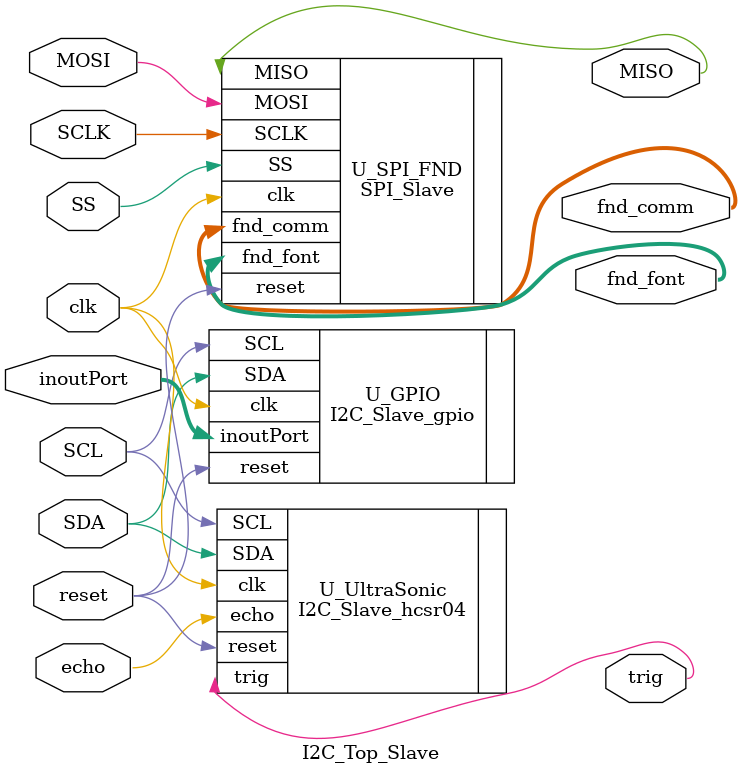
<source format=v>
`timescale 1ns / 1ps

module I2C_Top_Slave (
    // global signals
    input        clk,
    input        reset,
    // I2C signals
    input        SCL,
    inout        SDA,
    
    // GPIO signals
    inout  [7:0] inoutPort,
    // UltraSonic signals
    input        echo,       // HC-SR04 Echo Pulse 
    output       trig,
    
    // SPI signals
    input        SCLK,
    input        MOSI,
    output       MISO,
    input        SS,
    // FND signals
    output [3:0] fnd_comm,
    output [7:0] fnd_font
);

    SPI_Slave U_SPI_FND (
        .clk(clk),
        .reset(reset),
        .SCLK(SCLK),
        .MOSI(MOSI),
        .MISO(MISO),
        .SS(SS),
        .fnd_comm(fnd_comm),
        .fnd_font(fnd_font)
    );

    I2C_Slave_gpio U_GPIO (  // ADDR : 1110000
        .clk(clk),
        .reset(reset),
        .SCL(SCL),
        .SDA(SDA),
        .inoutPort(inoutPort)
    );

    I2C_Slave_hcsr04 U_UltraSonic (  // ADDR : 1100000
        .clk  (clk),
        .reset(reset),
        .SCL  (SCL),
        .SDA  (SDA),
        .echo (echo),
        .trig (trig)
    );
endmodule

</source>
